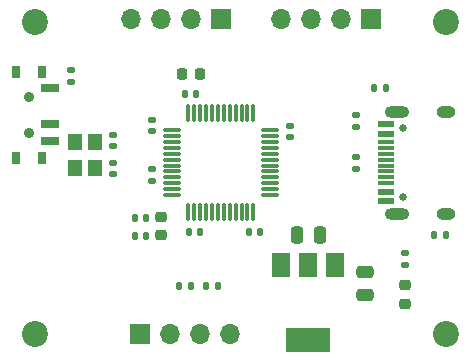
<source format=gbr>
%TF.GenerationSoftware,KiCad,Pcbnew,7.0.7*%
%TF.CreationDate,2023-12-23T18:12:20-05:00*%
%TF.ProjectId,stm32f1,73746d33-3266-4312-9e6b-696361645f70,rev?*%
%TF.SameCoordinates,Original*%
%TF.FileFunction,Soldermask,Top*%
%TF.FilePolarity,Negative*%
%FSLAX46Y46*%
G04 Gerber Fmt 4.6, Leading zero omitted, Abs format (unit mm)*
G04 Created by KiCad (PCBNEW 7.0.7) date 2023-12-23 18:12:20*
%MOMM*%
%LPD*%
G01*
G04 APERTURE LIST*
G04 Aperture macros list*
%AMRoundRect*
0 Rectangle with rounded corners*
0 $1 Rounding radius*
0 $2 $3 $4 $5 $6 $7 $8 $9 X,Y pos of 4 corners*
0 Add a 4 corners polygon primitive as box body*
4,1,4,$2,$3,$4,$5,$6,$7,$8,$9,$2,$3,0*
0 Add four circle primitives for the rounded corners*
1,1,$1+$1,$2,$3*
1,1,$1+$1,$4,$5*
1,1,$1+$1,$6,$7*
1,1,$1+$1,$8,$9*
0 Add four rect primitives between the rounded corners*
20,1,$1+$1,$2,$3,$4,$5,0*
20,1,$1+$1,$4,$5,$6,$7,0*
20,1,$1+$1,$6,$7,$8,$9,0*
20,1,$1+$1,$8,$9,$2,$3,0*%
G04 Aperture macros list end*
%ADD10R,1.700000X1.700000*%
%ADD11O,1.700000X1.700000*%
%ADD12RoundRect,0.250000X-0.250000X-0.475000X0.250000X-0.475000X0.250000X0.475000X-0.250000X0.475000X0*%
%ADD13RoundRect,0.140000X-0.140000X-0.170000X0.140000X-0.170000X0.140000X0.170000X-0.140000X0.170000X0*%
%ADD14RoundRect,0.140000X0.170000X-0.140000X0.170000X0.140000X-0.170000X0.140000X-0.170000X-0.140000X0*%
%ADD15RoundRect,0.218750X-0.256250X0.218750X-0.256250X-0.218750X0.256250X-0.218750X0.256250X0.218750X0*%
%ADD16R,1.200000X1.400000*%
%ADD17RoundRect,0.250000X0.475000X-0.250000X0.475000X0.250000X-0.475000X0.250000X-0.475000X-0.250000X0*%
%ADD18RoundRect,0.135000X-0.135000X-0.185000X0.135000X-0.185000X0.135000X0.185000X-0.135000X0.185000X0*%
%ADD19R,1.500000X2.000000*%
%ADD20R,3.800000X2.000000*%
%ADD21RoundRect,0.135000X0.185000X-0.135000X0.185000X0.135000X-0.185000X0.135000X-0.185000X-0.135000X0*%
%ADD22RoundRect,0.140000X0.140000X0.170000X-0.140000X0.170000X-0.140000X-0.170000X0.140000X-0.170000X0*%
%ADD23R,0.800000X1.000000*%
%ADD24C,0.900000*%
%ADD25R,1.500000X0.700000*%
%ADD26RoundRect,0.135000X-0.185000X0.135000X-0.185000X-0.135000X0.185000X-0.135000X0.185000X0.135000X0*%
%ADD27C,2.200000*%
%ADD28RoundRect,0.135000X0.135000X0.185000X-0.135000X0.185000X-0.135000X-0.185000X0.135000X-0.185000X0*%
%ADD29RoundRect,0.140000X-0.170000X0.140000X-0.170000X-0.140000X0.170000X-0.140000X0.170000X0.140000X0*%
%ADD30C,0.650000*%
%ADD31R,1.450000X0.600000*%
%ADD32R,1.450000X0.300000*%
%ADD33O,2.100000X1.000000*%
%ADD34O,1.600000X1.000000*%
%ADD35RoundRect,0.075000X-0.662500X-0.075000X0.662500X-0.075000X0.662500X0.075000X-0.662500X0.075000X0*%
%ADD36RoundRect,0.075000X-0.075000X-0.662500X0.075000X-0.662500X0.075000X0.662500X-0.075000X0.662500X0*%
%ADD37RoundRect,0.225000X-0.225000X-0.250000X0.225000X-0.250000X0.225000X0.250000X-0.225000X0.250000X0*%
G04 APERTURE END LIST*
D10*
%TO.C,J2*%
X67056000Y-55118000D03*
D11*
X64516000Y-55118000D03*
X61976000Y-55118000D03*
X59436000Y-55118000D03*
%TD*%
D12*
%TO.C,C12*%
X60838000Y-73406000D03*
X62738000Y-73406000D03*
%TD*%
D13*
%TO.C,C1*%
X51308000Y-61468000D03*
X52268000Y-61468000D03*
%TD*%
D14*
%TO.C,C6*%
X48510000Y-68834000D03*
X48510000Y-67874000D03*
%TD*%
D15*
%TO.C,FB1*%
X49276000Y-71882000D03*
X49276000Y-73457000D03*
%TD*%
D16*
%TO.C,Y1*%
X41992000Y-65558000D03*
X41992000Y-67758000D03*
X43692000Y-67758000D03*
X43692000Y-65558000D03*
%TD*%
D17*
%TO.C,C13*%
X66548000Y-78486000D03*
X66548000Y-76586000D03*
%TD*%
D14*
%TO.C,C10*%
X45212000Y-65928000D03*
X45212000Y-64968000D03*
%TD*%
D18*
%TO.C,R5*%
X72390000Y-73406000D03*
X73410000Y-73406000D03*
%TD*%
D19*
%TO.C,U2*%
X64022000Y-75996000D03*
X61722000Y-75996000D03*
D20*
X61722000Y-82296000D03*
D19*
X59422000Y-75996000D03*
%TD*%
D10*
%TO.C,J4*%
X47498000Y-81788000D03*
D11*
X50038000Y-81788000D03*
X52578000Y-81788000D03*
X55118000Y-81788000D03*
%TD*%
D21*
%TO.C,R4*%
X41656000Y-60456000D03*
X41656000Y-59436000D03*
%TD*%
%TO.C,R1*%
X69977000Y-75948000D03*
X69977000Y-74928000D03*
%TD*%
D22*
%TO.C,C8*%
X48006000Y-73497500D03*
X47046000Y-73497500D03*
%TD*%
D18*
%TO.C,R3*%
X53082000Y-77724000D03*
X54102000Y-77724000D03*
%TD*%
D10*
%TO.C,J3*%
X54356000Y-55118000D03*
D11*
X51816000Y-55118000D03*
X49276000Y-55118000D03*
X46736000Y-55118000D03*
%TD*%
D23*
%TO.C,SW1*%
X39210000Y-59620000D03*
X37000000Y-59620000D03*
D24*
X38100000Y-61770000D03*
X38100000Y-64770000D03*
D23*
X39210000Y-66920000D03*
X37000000Y-66920000D03*
D25*
X39860000Y-61020000D03*
X39860000Y-64020000D03*
X39860000Y-65520000D03*
%TD*%
D26*
%TO.C,R8*%
X65786000Y-66802000D03*
X65786000Y-67822000D03*
%TD*%
D15*
%TO.C,D1*%
X69977000Y-77698500D03*
X69977000Y-79273500D03*
%TD*%
D27*
%TO.C,H4*%
X38608000Y-81788000D03*
%TD*%
D28*
%TO.C,R2*%
X51816000Y-77724000D03*
X50796000Y-77724000D03*
%TD*%
D27*
%TO.C,H2*%
X73406000Y-81788000D03*
%TD*%
D14*
%TO.C,C4*%
X48510000Y-64647500D03*
X48510000Y-63687500D03*
%TD*%
D29*
%TO.C,C3*%
X60194000Y-64191500D03*
X60194000Y-65151500D03*
%TD*%
D18*
%TO.C,R7*%
X67306000Y-60960000D03*
X68326000Y-60960000D03*
%TD*%
D22*
%TO.C,C7*%
X48006000Y-71973500D03*
X47046000Y-71973500D03*
%TD*%
D14*
%TO.C,C11*%
X45212000Y-68270000D03*
X45212000Y-67310000D03*
%TD*%
D27*
%TO.C,H3*%
X38608000Y-55372000D03*
%TD*%
D22*
%TO.C,C2*%
X57658000Y-73152000D03*
X56698000Y-73152000D03*
%TD*%
D30*
%TO.C,J1*%
X69756000Y-70202000D03*
X69756000Y-64422000D03*
D31*
X68311000Y-70562000D03*
X68311000Y-69762000D03*
D32*
X68311000Y-68562000D03*
X68311000Y-67562000D03*
X68311000Y-67062000D03*
X68311000Y-66062000D03*
D31*
X68311000Y-64862000D03*
X68311000Y-64062000D03*
X68311000Y-64062000D03*
X68311000Y-64862000D03*
D32*
X68311000Y-65562000D03*
X68311000Y-66562000D03*
X68311000Y-68062000D03*
X68311000Y-69062000D03*
D31*
X68311000Y-69762000D03*
X68311000Y-70562000D03*
D33*
X69226000Y-71632000D03*
D34*
X73406000Y-71632000D03*
D33*
X69226000Y-62992000D03*
D34*
X73406000Y-62992000D03*
%TD*%
D21*
%TO.C,R6*%
X65786000Y-64266000D03*
X65786000Y-63246000D03*
%TD*%
D13*
%TO.C,C9*%
X51614000Y-73152000D03*
X52574000Y-73152000D03*
%TD*%
D35*
%TO.C,U1*%
X50193500Y-64560000D03*
X50193500Y-65060000D03*
X50193500Y-65560000D03*
X50193500Y-66060000D03*
X50193500Y-66560000D03*
X50193500Y-67060000D03*
X50193500Y-67560000D03*
X50193500Y-68060000D03*
X50193500Y-68560000D03*
X50193500Y-69060000D03*
X50193500Y-69560000D03*
X50193500Y-70060000D03*
D36*
X51606000Y-71472500D03*
X52106000Y-71472500D03*
X52606000Y-71472500D03*
X53106000Y-71472500D03*
X53606000Y-71472500D03*
X54106000Y-71472500D03*
X54606000Y-71472500D03*
X55106000Y-71472500D03*
X55606000Y-71472500D03*
X56106000Y-71472500D03*
X56606000Y-71472500D03*
X57106000Y-71472500D03*
D35*
X58518500Y-70060000D03*
X58518500Y-69560000D03*
X58518500Y-69060000D03*
X58518500Y-68560000D03*
X58518500Y-68060000D03*
X58518500Y-67560000D03*
X58518500Y-67060000D03*
X58518500Y-66560000D03*
X58518500Y-66060000D03*
X58518500Y-65560000D03*
X58518500Y-65060000D03*
X58518500Y-64560000D03*
D36*
X57106000Y-63147500D03*
X56606000Y-63147500D03*
X56106000Y-63147500D03*
X55606000Y-63147500D03*
X55106000Y-63147500D03*
X54606000Y-63147500D03*
X54106000Y-63147500D03*
X53606000Y-63147500D03*
X53106000Y-63147500D03*
X52606000Y-63147500D03*
X52106000Y-63147500D03*
X51606000Y-63147500D03*
%TD*%
D27*
%TO.C,H1*%
X73406000Y-55372000D03*
%TD*%
D37*
%TO.C,C5*%
X51028000Y-59817000D03*
X52578000Y-59817000D03*
%TD*%
M02*

</source>
